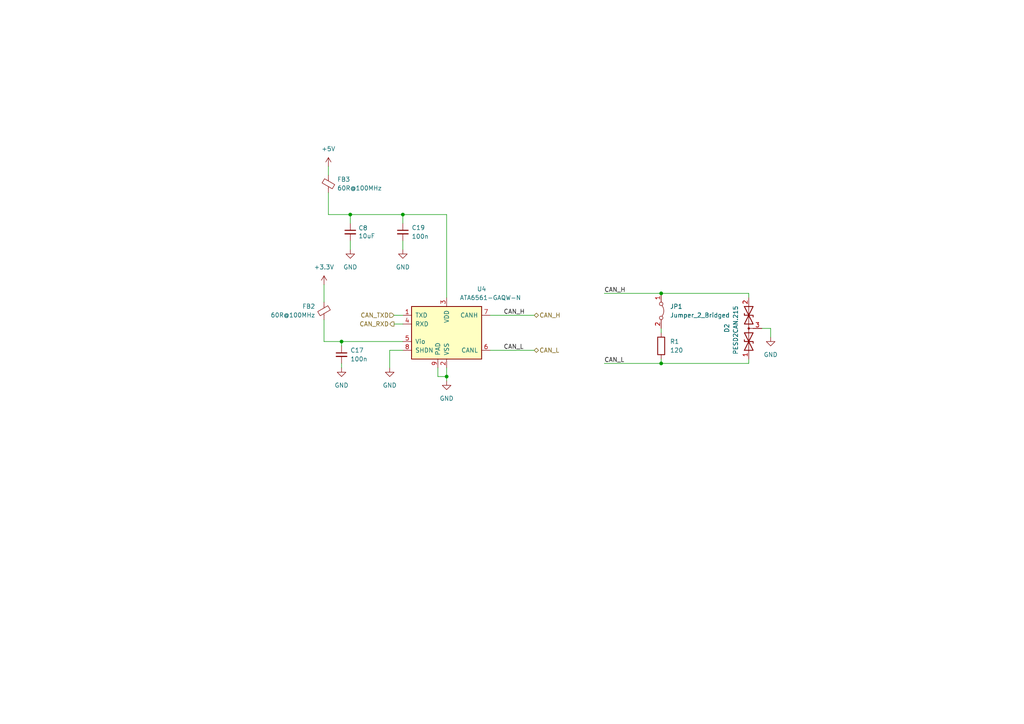
<source format=kicad_sch>
(kicad_sch (version 20230121) (generator eeschema)

  (uuid 17793271-940f-409d-a3ac-89f1b06800ff)

  (paper "A4")

  (lib_symbols
    (symbol "BMS_LV_2022-rescue:D_TVS_x2_AAC-Device" (pin_names (offset 1.016) hide) (in_bom yes) (on_board yes)
      (property "Reference" "D" (at 0 4.445 0)
        (effects (font (size 1.27 1.27)))
      )
      (property "Value" "Device_D_TVS_x2_AAC" (at 0 2.54 0)
        (effects (font (size 1.27 1.27)))
      )
      (property "Footprint" "" (at -3.81 0 0)
        (effects (font (size 1.27 1.27)) hide)
      )
      (property "Datasheet" "" (at -3.81 0 0)
        (effects (font (size 1.27 1.27)) hide)
      )
      (symbol "D_TVS_x2_AAC-Device_0_0"
        (polyline
          (pts
            (xy 0 -1.27)
            (xy 0 0)
          )
          (stroke (width 0) (type solid))
          (fill (type none))
        )
      )
      (symbol "D_TVS_x2_AAC-Device_0_1"
        (polyline
          (pts
            (xy -6.35 0)
            (xy 6.35 0)
          )
          (stroke (width 0) (type solid))
          (fill (type none))
        )
        (polyline
          (pts
            (xy -3.302 1.27)
            (xy -3.81 1.27)
            (xy -3.81 -1.27)
            (xy -4.318 -1.27)
          )
          (stroke (width 0.254) (type solid))
          (fill (type none))
        )
        (polyline
          (pts
            (xy 4.318 1.27)
            (xy 3.81 1.27)
            (xy 3.81 -1.27)
            (xy 3.302 -1.27)
          )
          (stroke (width 0.254) (type solid))
          (fill (type none))
        )
        (polyline
          (pts
            (xy -6.35 1.27)
            (xy -1.27 -1.27)
            (xy -1.27 1.27)
            (xy -6.35 -1.27)
            (xy -6.35 1.27)
          )
          (stroke (width 0.254) (type solid))
          (fill (type none))
        )
        (polyline
          (pts
            (xy 6.35 1.27)
            (xy 1.27 -1.27)
            (xy 1.27 1.27)
            (xy 6.35 -1.27)
            (xy 6.35 1.27)
          )
          (stroke (width 0.254) (type solid))
          (fill (type none))
        )
        (circle (center 0 0) (radius 0.254)
          (stroke (width 0) (type solid))
          (fill (type outline))
        )
      )
      (symbol "D_TVS_x2_AAC-Device_1_1"
        (pin passive line (at -8.89 0 0) (length 2.54)
          (name "A1" (effects (font (size 1.27 1.27))))
          (number "1" (effects (font (size 1.27 1.27))))
        )
        (pin passive line (at 8.89 0 180) (length 2.54)
          (name "A2" (effects (font (size 1.27 1.27))))
          (number "2" (effects (font (size 1.27 1.27))))
        )
        (pin input line (at 0 -3.81 90) (length 2.54)
          (name "common" (effects (font (size 1.27 1.27))))
          (number "3" (effects (font (size 1.27 1.27))))
        )
      )
    )
    (symbol "Device:C_Small" (pin_numbers hide) (pin_names (offset 0.254) hide) (in_bom yes) (on_board yes)
      (property "Reference" "C" (at 0.254 1.778 0)
        (effects (font (size 1.27 1.27)) (justify left))
      )
      (property "Value" "C_Small" (at 0.254 -2.032 0)
        (effects (font (size 1.27 1.27)) (justify left))
      )
      (property "Footprint" "" (at 0 0 0)
        (effects (font (size 1.27 1.27)) hide)
      )
      (property "Datasheet" "~" (at 0 0 0)
        (effects (font (size 1.27 1.27)) hide)
      )
      (property "ki_keywords" "capacitor cap" (at 0 0 0)
        (effects (font (size 1.27 1.27)) hide)
      )
      (property "ki_description" "Unpolarized capacitor, small symbol" (at 0 0 0)
        (effects (font (size 1.27 1.27)) hide)
      )
      (property "ki_fp_filters" "C_*" (at 0 0 0)
        (effects (font (size 1.27 1.27)) hide)
      )
      (symbol "C_Small_0_1"
        (polyline
          (pts
            (xy -1.524 -0.508)
            (xy 1.524 -0.508)
          )
          (stroke (width 0.3302) (type default))
          (fill (type none))
        )
        (polyline
          (pts
            (xy -1.524 0.508)
            (xy 1.524 0.508)
          )
          (stroke (width 0.3048) (type default))
          (fill (type none))
        )
      )
      (symbol "C_Small_1_1"
        (pin passive line (at 0 2.54 270) (length 2.032)
          (name "~" (effects (font (size 1.27 1.27))))
          (number "1" (effects (font (size 1.27 1.27))))
        )
        (pin passive line (at 0 -2.54 90) (length 2.032)
          (name "~" (effects (font (size 1.27 1.27))))
          (number "2" (effects (font (size 1.27 1.27))))
        )
      )
    )
    (symbol "Device:FerriteBead_Small" (pin_numbers hide) (pin_names (offset 0)) (in_bom yes) (on_board yes)
      (property "Reference" "FB" (at 1.905 1.27 0)
        (effects (font (size 1.27 1.27)) (justify left))
      )
      (property "Value" "FerriteBead_Small" (at 1.905 -1.27 0)
        (effects (font (size 1.27 1.27)) (justify left))
      )
      (property "Footprint" "" (at -1.778 0 90)
        (effects (font (size 1.27 1.27)) hide)
      )
      (property "Datasheet" "~" (at 0 0 0)
        (effects (font (size 1.27 1.27)) hide)
      )
      (property "ki_keywords" "L ferrite bead inductor filter" (at 0 0 0)
        (effects (font (size 1.27 1.27)) hide)
      )
      (property "ki_description" "Ferrite bead, small symbol" (at 0 0 0)
        (effects (font (size 1.27 1.27)) hide)
      )
      (property "ki_fp_filters" "Inductor_* L_* *Ferrite*" (at 0 0 0)
        (effects (font (size 1.27 1.27)) hide)
      )
      (symbol "FerriteBead_Small_0_1"
        (polyline
          (pts
            (xy 0 -1.27)
            (xy 0 -0.7874)
          )
          (stroke (width 0) (type default))
          (fill (type none))
        )
        (polyline
          (pts
            (xy 0 0.889)
            (xy 0 1.2954)
          )
          (stroke (width 0) (type default))
          (fill (type none))
        )
        (polyline
          (pts
            (xy -1.8288 0.2794)
            (xy -1.1176 1.4986)
            (xy 1.8288 -0.2032)
            (xy 1.1176 -1.4224)
            (xy -1.8288 0.2794)
          )
          (stroke (width 0) (type default))
          (fill (type none))
        )
      )
      (symbol "FerriteBead_Small_1_1"
        (pin passive line (at 0 2.54 270) (length 1.27)
          (name "~" (effects (font (size 1.27 1.27))))
          (number "1" (effects (font (size 1.27 1.27))))
        )
        (pin passive line (at 0 -2.54 90) (length 1.27)
          (name "~" (effects (font (size 1.27 1.27))))
          (number "2" (effects (font (size 1.27 1.27))))
        )
      )
    )
    (symbol "Device:R" (pin_numbers hide) (pin_names (offset 0)) (in_bom yes) (on_board yes)
      (property "Reference" "R" (at 2.032 0 90)
        (effects (font (size 1.27 1.27)))
      )
      (property "Value" "R" (at 0 0 90)
        (effects (font (size 1.27 1.27)))
      )
      (property "Footprint" "" (at -1.778 0 90)
        (effects (font (size 1.27 1.27)) hide)
      )
      (property "Datasheet" "~" (at 0 0 0)
        (effects (font (size 1.27 1.27)) hide)
      )
      (property "ki_keywords" "R res resistor" (at 0 0 0)
        (effects (font (size 1.27 1.27)) hide)
      )
      (property "ki_description" "Resistor" (at 0 0 0)
        (effects (font (size 1.27 1.27)) hide)
      )
      (property "ki_fp_filters" "R_*" (at 0 0 0)
        (effects (font (size 1.27 1.27)) hide)
      )
      (symbol "R_0_1"
        (rectangle (start -1.016 -2.54) (end 1.016 2.54)
          (stroke (width 0.254) (type default))
          (fill (type none))
        )
      )
      (symbol "R_1_1"
        (pin passive line (at 0 3.81 270) (length 1.27)
          (name "~" (effects (font (size 1.27 1.27))))
          (number "1" (effects (font (size 1.27 1.27))))
        )
        (pin passive line (at 0 -3.81 90) (length 1.27)
          (name "~" (effects (font (size 1.27 1.27))))
          (number "2" (effects (font (size 1.27 1.27))))
        )
      )
    )
    (symbol "Interface_CAN_LIN:MCP2562-E-MF" (pin_names (offset 1.016)) (in_bom yes) (on_board yes)
      (property "Reference" "U3" (at 10.16 12.7 0)
        (effects (font (size 1.27 1.27)))
      )
      (property "Value" "ATA6561-GAQW-N" (at 12.7 10.16 0)
        (effects (font (size 1.27 1.27)))
      )
      (property "Footprint" "Package_SO:SOIC-8_3.9x4.9mm_P1.27mm" (at 0 -12.7 0)
        (effects (font (size 1.27 1.27) italic) hide)
      )
      (property "Datasheet" "https://pl.mouser.com/datasheet/2/268/ATA6560_ATA6561_High_Speed_CAN_Transceiver_DS20005-1384933.pdf" (at 0 0 0)
        (effects (font (size 1.27 1.27)) hide)
      )
      (property "ki_keywords" "High-Speed CAN Transceiver" (at 0 0 0)
        (effects (font (size 1.27 1.27)) hide)
      )
      (property "ki_description" "High-Speed CAN Transceiver, 1Mbps, 5V supply, Vio pin, -40C to +125C, DFN-8" (at 0 0 0)
        (effects (font (size 1.27 1.27)) hide)
      )
      (property "ki_fp_filters" "DFN*1EP*3x3mm*P0.65mm*" (at 0 0 0)
        (effects (font (size 1.27 1.27)) hide)
      )
      (symbol "MCP2562-E-MF_0_1"
        (rectangle (start -10.16 7.62) (end 10.16 -7.62)
          (stroke (width 0.254) (type default))
          (fill (type background))
        )
      )
      (symbol "MCP2562-E-MF_1_1"
        (pin input line (at -12.7 5.08 0) (length 2.54)
          (name "TXD" (effects (font (size 1.27 1.27))))
          (number "1" (effects (font (size 1.27 1.27))))
        )
        (pin power_in line (at 0 -10.16 90) (length 2.54)
          (name "VSS" (effects (font (size 1.27 1.27))))
          (number "2" (effects (font (size 1.27 1.27))))
        )
        (pin power_in line (at 0 10.16 270) (length 2.54)
          (name "VDD" (effects (font (size 1.27 1.27))))
          (number "3" (effects (font (size 1.27 1.27))))
        )
        (pin output line (at -12.7 2.54 0) (length 2.54)
          (name "RXD" (effects (font (size 1.27 1.27))))
          (number "4" (effects (font (size 1.27 1.27))))
        )
        (pin power_in line (at -12.7 -2.54 0) (length 2.54)
          (name "Vio" (effects (font (size 1.27 1.27))))
          (number "5" (effects (font (size 1.27 1.27))))
        )
        (pin bidirectional line (at 12.7 -5.08 180) (length 2.54)
          (name "CANL" (effects (font (size 1.27 1.27))))
          (number "6" (effects (font (size 1.27 1.27))))
        )
        (pin bidirectional line (at 12.7 5.08 180) (length 2.54)
          (name "CANH" (effects (font (size 1.27 1.27))))
          (number "7" (effects (font (size 1.27 1.27))))
        )
        (pin input line (at -12.7 -5.08 0) (length 2.54)
          (name "SHDN" (effects (font (size 1.27 1.27))))
          (number "8" (effects (font (size 1.27 1.27))))
        )
        (pin power_in line (at -2.54 -10.16 90) (length 2.54)
          (name "PAD" (effects (font (size 1.27 1.27))))
          (number "9" (effects (font (size 1.27 1.27))))
        )
      )
    )
    (symbol "Jumper:Jumper_2_Bridged" (pin_names (offset 0) hide) (in_bom yes) (on_board yes)
      (property "Reference" "JP" (at 0 1.905 0)
        (effects (font (size 1.27 1.27)))
      )
      (property "Value" "Jumper_2_Bridged" (at 0 -2.54 0)
        (effects (font (size 1.27 1.27)))
      )
      (property "Footprint" "" (at 0 0 0)
        (effects (font (size 1.27 1.27)) hide)
      )
      (property "Datasheet" "~" (at 0 0 0)
        (effects (font (size 1.27 1.27)) hide)
      )
      (property "ki_keywords" "Jumper SPST" (at 0 0 0)
        (effects (font (size 1.27 1.27)) hide)
      )
      (property "ki_description" "Jumper, 2-pole, closed/bridged" (at 0 0 0)
        (effects (font (size 1.27 1.27)) hide)
      )
      (property "ki_fp_filters" "Jumper* TestPoint*2Pads* TestPoint*Bridge*" (at 0 0 0)
        (effects (font (size 1.27 1.27)) hide)
      )
      (symbol "Jumper_2_Bridged_0_0"
        (circle (center -2.032 0) (radius 0.508)
          (stroke (width 0) (type default))
          (fill (type none))
        )
        (circle (center 2.032 0) (radius 0.508)
          (stroke (width 0) (type default))
          (fill (type none))
        )
      )
      (symbol "Jumper_2_Bridged_0_1"
        (arc (start 1.524 0.254) (mid 0 0.762) (end -1.524 0.254)
          (stroke (width 0) (type default))
          (fill (type none))
        )
      )
      (symbol "Jumper_2_Bridged_1_1"
        (pin passive line (at -5.08 0 0) (length 2.54)
          (name "A" (effects (font (size 1.27 1.27))))
          (number "1" (effects (font (size 1.27 1.27))))
        )
        (pin passive line (at 5.08 0 180) (length 2.54)
          (name "B" (effects (font (size 1.27 1.27))))
          (number "2" (effects (font (size 1.27 1.27))))
        )
      )
    )
    (symbol "power:+3.3V" (power) (pin_names (offset 0)) (in_bom yes) (on_board yes)
      (property "Reference" "#PWR" (at 0 -3.81 0)
        (effects (font (size 1.27 1.27)) hide)
      )
      (property "Value" "+3.3V" (at 0 3.556 0)
        (effects (font (size 1.27 1.27)))
      )
      (property "Footprint" "" (at 0 0 0)
        (effects (font (size 1.27 1.27)) hide)
      )
      (property "Datasheet" "" (at 0 0 0)
        (effects (font (size 1.27 1.27)) hide)
      )
      (property "ki_keywords" "global power" (at 0 0 0)
        (effects (font (size 1.27 1.27)) hide)
      )
      (property "ki_description" "Power symbol creates a global label with name \"+3.3V\"" (at 0 0 0)
        (effects (font (size 1.27 1.27)) hide)
      )
      (symbol "+3.3V_0_1"
        (polyline
          (pts
            (xy -0.762 1.27)
            (xy 0 2.54)
          )
          (stroke (width 0) (type default))
          (fill (type none))
        )
        (polyline
          (pts
            (xy 0 0)
            (xy 0 2.54)
          )
          (stroke (width 0) (type default))
          (fill (type none))
        )
        (polyline
          (pts
            (xy 0 2.54)
            (xy 0.762 1.27)
          )
          (stroke (width 0) (type default))
          (fill (type none))
        )
      )
      (symbol "+3.3V_1_1"
        (pin power_in line (at 0 0 90) (length 0) hide
          (name "+3.3V" (effects (font (size 1.27 1.27))))
          (number "1" (effects (font (size 1.27 1.27))))
        )
      )
    )
    (symbol "power:+5V" (power) (pin_names (offset 0)) (in_bom yes) (on_board yes)
      (property "Reference" "#PWR" (at 0 -3.81 0)
        (effects (font (size 1.27 1.27)) hide)
      )
      (property "Value" "+5V" (at 0 3.556 0)
        (effects (font (size 1.27 1.27)))
      )
      (property "Footprint" "" (at 0 0 0)
        (effects (font (size 1.27 1.27)) hide)
      )
      (property "Datasheet" "" (at 0 0 0)
        (effects (font (size 1.27 1.27)) hide)
      )
      (property "ki_keywords" "global power" (at 0 0 0)
        (effects (font (size 1.27 1.27)) hide)
      )
      (property "ki_description" "Power symbol creates a global label with name \"+5V\"" (at 0 0 0)
        (effects (font (size 1.27 1.27)) hide)
      )
      (symbol "+5V_0_1"
        (polyline
          (pts
            (xy -0.762 1.27)
            (xy 0 2.54)
          )
          (stroke (width 0) (type default))
          (fill (type none))
        )
        (polyline
          (pts
            (xy 0 0)
            (xy 0 2.54)
          )
          (stroke (width 0) (type default))
          (fill (type none))
        )
        (polyline
          (pts
            (xy 0 2.54)
            (xy 0.762 1.27)
          )
          (stroke (width 0) (type default))
          (fill (type none))
        )
      )
      (symbol "+5V_1_1"
        (pin power_in line (at 0 0 90) (length 0) hide
          (name "+5V" (effects (font (size 1.27 1.27))))
          (number "1" (effects (font (size 1.27 1.27))))
        )
      )
    )
    (symbol "power:GND" (power) (pin_names (offset 0)) (in_bom yes) (on_board yes)
      (property "Reference" "#PWR" (at 0 -6.35 0)
        (effects (font (size 1.27 1.27)) hide)
      )
      (property "Value" "GND" (at 0 -3.81 0)
        (effects (font (size 1.27 1.27)))
      )
      (property "Footprint" "" (at 0 0 0)
        (effects (font (size 1.27 1.27)) hide)
      )
      (property "Datasheet" "" (at 0 0 0)
        (effects (font (size 1.27 1.27)) hide)
      )
      (property "ki_keywords" "global power" (at 0 0 0)
        (effects (font (size 1.27 1.27)) hide)
      )
      (property "ki_description" "Power symbol creates a global label with name \"GND\" , ground" (at 0 0 0)
        (effects (font (size 1.27 1.27)) hide)
      )
      (symbol "GND_0_1"
        (polyline
          (pts
            (xy 0 0)
            (xy 0 -1.27)
            (xy 1.27 -1.27)
            (xy 0 -2.54)
            (xy -1.27 -1.27)
            (xy 0 -1.27)
          )
          (stroke (width 0) (type default))
          (fill (type none))
        )
      )
      (symbol "GND_1_1"
        (pin power_in line (at 0 0 270) (length 0) hide
          (name "GND" (effects (font (size 1.27 1.27))))
          (number "1" (effects (font (size 1.27 1.27))))
        )
      )
    )
  )

  (junction (at 101.6 62.23) (diameter 0) (color 0 0 0 0)
    (uuid 0646805c-64db-4651-bdd4-ade300cacc2a)
  )
  (junction (at 99.06 99.06) (diameter 0) (color 0 0 0 0)
    (uuid 4f2cff01-66de-4512-9536-dab9c79388c1)
  )
  (junction (at 191.77 85.09) (diameter 0) (color 0 0 0 0)
    (uuid 58deb177-3624-4233-be42-1336726a87ef)
  )
  (junction (at 129.54 109.22) (diameter 0) (color 0 0 0 0)
    (uuid 8a53403e-0800-476c-bbad-df3e55d7adc6)
  )
  (junction (at 116.84 62.23) (diameter 0) (color 0 0 0 0)
    (uuid ad4f8b52-dd27-40ac-9fa4-4b19617c9fa7)
  )
  (junction (at 191.77 105.41) (diameter 0) (color 0 0 0 0)
    (uuid d0c2b076-51ba-4af5-ae1b-c15f8d556fd8)
  )

  (wire (pts (xy 127 109.22) (xy 129.54 109.22))
    (stroke (width 0) (type default))
    (uuid 0069adef-966c-4cf8-b35d-a1367065c325)
  )
  (wire (pts (xy 217.17 105.41) (xy 217.17 104.14))
    (stroke (width 0) (type default))
    (uuid 042a27d5-b0df-4edb-9faa-8586083fc26f)
  )
  (wire (pts (xy 191.77 105.41) (xy 191.77 104.14))
    (stroke (width 0) (type default))
    (uuid 1d3e5951-6ea1-4cba-aa78-1c233daa70f8)
  )
  (wire (pts (xy 116.84 69.85) (xy 116.84 72.39))
    (stroke (width 0) (type default))
    (uuid 23c8230a-d11d-425d-b23f-f4e03afdca86)
  )
  (wire (pts (xy 129.54 109.22) (xy 129.54 110.49))
    (stroke (width 0) (type default))
    (uuid 32ca832e-49f1-4c3e-aafb-13f5e3ed049a)
  )
  (wire (pts (xy 129.54 109.22) (xy 129.54 106.68))
    (stroke (width 0) (type default))
    (uuid 44910a17-ad22-4e24-bf06-cbde5a3b57b5)
  )
  (wire (pts (xy 101.6 69.85) (xy 101.6 72.39))
    (stroke (width 0) (type default))
    (uuid 45606c9a-eed4-45bc-8af7-22837368f604)
  )
  (wire (pts (xy 129.54 62.23) (xy 129.54 86.36))
    (stroke (width 0) (type default))
    (uuid 48816a4d-f12a-4df9-9d0f-2bf4b61a9aa0)
  )
  (wire (pts (xy 95.25 48.26) (xy 95.25 50.8))
    (stroke (width 0) (type default))
    (uuid 581d93e6-e252-4910-a8c1-f54e6cc1b5e4)
  )
  (wire (pts (xy 101.6 64.77) (xy 101.6 62.23))
    (stroke (width 0) (type default))
    (uuid 6555c7a9-9a8c-4a42-a601-6da55f4c36e4)
  )
  (wire (pts (xy 93.98 82.55) (xy 93.98 87.63))
    (stroke (width 0) (type default))
    (uuid 7c9be84d-7fbb-4caf-8ede-fef7d3755e34)
  )
  (wire (pts (xy 127 106.68) (xy 127 109.22))
    (stroke (width 0) (type default))
    (uuid 83a3884f-eb0b-456e-b3ee-374be52c1a32)
  )
  (wire (pts (xy 114.3 91.44) (xy 116.84 91.44))
    (stroke (width 0) (type default))
    (uuid 9000bef9-b28f-4fb7-b0af-873e76d72668)
  )
  (wire (pts (xy 93.98 99.06) (xy 99.06 99.06))
    (stroke (width 0) (type default))
    (uuid 9a62f36f-a5c8-481d-a760-df579701785c)
  )
  (wire (pts (xy 175.26 85.09) (xy 191.77 85.09))
    (stroke (width 0) (type default))
    (uuid 9bc6a0f9-a4d1-4aeb-99a8-8c485a4f47f2)
  )
  (wire (pts (xy 116.84 64.77) (xy 116.84 62.23))
    (stroke (width 0) (type default))
    (uuid a34ec5ef-f6ae-4ecf-992b-4fa5dc465d30)
  )
  (wire (pts (xy 101.6 62.23) (xy 116.84 62.23))
    (stroke (width 0) (type default))
    (uuid a367820d-ef27-4a97-a381-19b47b00ec82)
  )
  (wire (pts (xy 191.77 105.41) (xy 217.17 105.41))
    (stroke (width 0) (type default))
    (uuid a381dded-cf8b-4eaa-beaf-68d402da33a6)
  )
  (wire (pts (xy 116.84 62.23) (xy 129.54 62.23))
    (stroke (width 0) (type default))
    (uuid a4b5aa75-d049-410b-badd-4f4fd5a72a3b)
  )
  (wire (pts (xy 142.24 91.44) (xy 154.94 91.44))
    (stroke (width 0) (type default))
    (uuid a6cf7bee-1204-480e-ad9a-dedbd01d2b21)
  )
  (wire (pts (xy 114.3 93.98) (xy 116.84 93.98))
    (stroke (width 0) (type default))
    (uuid b7d98781-cec9-4bc0-9402-47411af21e56)
  )
  (wire (pts (xy 113.03 101.6) (xy 113.03 106.68))
    (stroke (width 0) (type default))
    (uuid bcdb1e72-cd01-42e9-8941-41adb02832e1)
  )
  (wire (pts (xy 175.26 105.41) (xy 191.77 105.41))
    (stroke (width 0) (type default))
    (uuid bce961de-0146-4404-b0b9-6807de7f0871)
  )
  (wire (pts (xy 191.77 85.09) (xy 217.17 85.09))
    (stroke (width 0) (type default))
    (uuid c1d2d084-6397-4f4f-96db-b05326c2872e)
  )
  (wire (pts (xy 191.77 95.25) (xy 191.77 96.52))
    (stroke (width 0) (type default))
    (uuid c38d95a4-c2b4-4b5f-b038-c6617416536d)
  )
  (wire (pts (xy 99.06 99.06) (xy 99.06 100.33))
    (stroke (width 0) (type default))
    (uuid d85b72a2-be0a-4ec0-bc66-98c8bf802f3b)
  )
  (wire (pts (xy 116.84 101.6) (xy 113.03 101.6))
    (stroke (width 0) (type default))
    (uuid d8be6a35-6666-4c39-b214-7dbc3afdd21e)
  )
  (wire (pts (xy 217.17 86.36) (xy 217.17 85.09))
    (stroke (width 0) (type default))
    (uuid e05876dd-9239-4ff1-b0b6-096ca7fa21fe)
  )
  (wire (pts (xy 99.06 106.68) (xy 99.06 105.41))
    (stroke (width 0) (type default))
    (uuid e33666fc-6da6-4137-a756-a5176bdee10b)
  )
  (wire (pts (xy 223.52 95.25) (xy 220.98 95.25))
    (stroke (width 0) (type default))
    (uuid e6de69d5-dd0d-41e8-b2c7-ba6636c11ef9)
  )
  (wire (pts (xy 95.25 62.23) (xy 101.6 62.23))
    (stroke (width 0) (type default))
    (uuid eb23c14c-a726-4584-8145-fc996d60780f)
  )
  (wire (pts (xy 142.24 101.6) (xy 154.94 101.6))
    (stroke (width 0) (type default))
    (uuid eb7e107b-156f-4c75-967f-3f46810a7d4f)
  )
  (wire (pts (xy 99.06 99.06) (xy 116.84 99.06))
    (stroke (width 0) (type default))
    (uuid eb9f46fc-3d71-45dc-9d78-83aab4157a5b)
  )
  (wire (pts (xy 93.98 92.71) (xy 93.98 99.06))
    (stroke (width 0) (type default))
    (uuid f13203a3-ad2e-493b-a0d7-8cfb4614ca46)
  )
  (wire (pts (xy 95.25 55.88) (xy 95.25 62.23))
    (stroke (width 0) (type default))
    (uuid f6413ad2-bcc6-4fd4-8620-58cbf2cf4389)
  )
  (wire (pts (xy 223.52 97.79) (xy 223.52 95.25))
    (stroke (width 0) (type default))
    (uuid fc7bf50c-f044-4b3c-94e8-96a07eace0c9)
  )

  (label "CAN_H" (at 175.26 85.09 0) (fields_autoplaced)
    (effects (font (size 1.27 1.27)) (justify left bottom))
    (uuid 89a0f998-86a1-4489-9e0e-b1a54f8eb763)
  )
  (label "CAN_L" (at 146.05 101.6 0) (fields_autoplaced)
    (effects (font (size 1.27 1.27)) (justify left bottom))
    (uuid b1248220-23b6-40c6-8bd8-46765e6eba38)
  )
  (label "CAN_L" (at 175.26 105.41 0) (fields_autoplaced)
    (effects (font (size 1.27 1.27)) (justify left bottom))
    (uuid c5178243-80d6-48f6-913c-1bbb49b76717)
  )
  (label "CAN_H" (at 146.05 91.44 0) (fields_autoplaced)
    (effects (font (size 1.27 1.27)) (justify left bottom))
    (uuid d4bd0a01-3185-414a-8042-78e6318d4a5f)
  )

  (hierarchical_label "CAN_H" (shape bidirectional) (at 154.94 91.44 0) (fields_autoplaced)
    (effects (font (size 1.27 1.27)) (justify left))
    (uuid 15eade75-96c8-45d7-8f39-ed78ad8018a4)
  )
  (hierarchical_label "CAN_TXD" (shape input) (at 114.3 91.44 180) (fields_autoplaced)
    (effects (font (size 1.27 1.27)) (justify right))
    (uuid 9e178d46-6f2b-4b75-9df7-02cab6c0ee92)
  )
  (hierarchical_label "CAN_L" (shape bidirectional) (at 154.94 101.6 0) (fields_autoplaced)
    (effects (font (size 1.27 1.27)) (justify left))
    (uuid a5e67d44-6497-4e6c-82de-d5ca63673df8)
  )
  (hierarchical_label "CAN_RXD" (shape output) (at 114.3 93.98 180) (fields_autoplaced)
    (effects (font (size 1.27 1.27)) (justify right))
    (uuid fab70ef1-17c3-4b12-8c0d-a4a760ac2672)
  )

  (symbol (lib_id "Interface_CAN_LIN:MCP2562-E-MF") (at 129.54 96.52 0) (unit 1)
    (in_bom yes) (on_board yes) (dnp no)
    (uuid 14e46734-4e77-4766-94e2-3822b8870bf7)
    (property "Reference" "U4" (at 139.7 83.82 0)
      (effects (font (size 1.27 1.27)))
    )
    (property "Value" "ATA6561-GAQW-N" (at 142.24 86.36 0)
      (effects (font (size 1.27 1.27)))
    )
    (property "Footprint" "Package_SO:SOIC-8_3.9x4.9mm_P1.27mm" (at 129.54 109.22 0)
      (effects (font (size 1.27 1.27) italic) hide)
    )
    (property "Datasheet" "https://pl.mouser.com/datasheet/2/268/ATA6560_ATA6561_High_Speed_CAN_Transceiver_DS20005-1384933.pdf" (at 129.54 96.52 0)
      (effects (font (size 1.27 1.27)) hide)
    )
    (pin "6" (uuid 62b5d308-7ab0-43e6-bffc-a874e0f60d59))
    (pin "8" (uuid 9e94d750-7f7b-4985-bec1-fdd2c6a8ef74))
    (pin "1" (uuid 78499516-52c4-4f64-b782-5cea3580ebf9))
    (pin "2" (uuid cf92a24b-affe-48cd-bed3-7d555898c5d9))
    (pin "5" (uuid c1db2a11-3408-47ad-88bf-1c1471a2c8ea))
    (pin "4" (uuid 1bed3f8f-6627-4eca-affc-5140850f13c3))
    (pin "3" (uuid 8d685cb1-8fab-4067-826b-cc9a5c5cb9e5))
    (pin "9" (uuid e0e8abc7-7f69-4026-ad4e-130ce48b0f27))
    (pin "7" (uuid d3268cff-9e1b-4fdf-a42d-ea8eba13c6c6))
    (instances
      (project "BMS_LV_2022"
        (path "/3aaf1e02-2989-45b9-bf79-97592f8062c2/00000000-0000-0000-0000-000061a9d384"
          (reference "U4") (unit 1)
        )
        (path "/3aaf1e02-2989-45b9-bf79-97592f8062c2/00000000-0000-0000-0000-000061a14add"
          (reference "U3") (unit 1)
        )
        (path "/3aaf1e02-2989-45b9-bf79-97592f8062c2/00000000-0000-0000-0000-000061f4d531"
          (reference "U4") (unit 1)
        )
      )
      (project "PDM_1"
        (path "/b652b05a-4e3d-4ad1-b032-18886abe7d45/ae0773d9-e23d-47b1-916b-0288055270db"
          (reference "U4") (unit 1)
        )
      )
      (project "PDM"
        (path "/d7434f1a-7415-4eaa-a71b-b9580d7b34f2/9b2421d8-0e20-4029-9353-a6168df6af2d"
          (reference "U2") (unit 1)
        )
      )
    )
  )

  (symbol (lib_id "power:GND") (at 129.54 110.49 0) (unit 1)
    (in_bom yes) (on_board yes) (dnp no) (fields_autoplaced)
    (uuid 211a4caf-fd87-4431-9fff-d6fb567642a6)
    (property "Reference" "#PWR016" (at 129.54 116.84 0)
      (effects (font (size 1.27 1.27)) hide)
    )
    (property "Value" "GND" (at 129.54 115.57 0)
      (effects (font (size 1.27 1.27)))
    )
    (property "Footprint" "" (at 129.54 110.49 0)
      (effects (font (size 1.27 1.27)) hide)
    )
    (property "Datasheet" "" (at 129.54 110.49 0)
      (effects (font (size 1.27 1.27)) hide)
    )
    (pin "1" (uuid d9080caa-8675-41f6-b5dd-91b4f779fd9c))
    (instances
      (project "PDM_1"
        (path "/b652b05a-4e3d-4ad1-b032-18886abe7d45/ae0773d9-e23d-47b1-916b-0288055270db"
          (reference "#PWR016") (unit 1)
        )
      )
      (project "PDM"
        (path "/d7434f1a-7415-4eaa-a71b-b9580d7b34f2/9b2421d8-0e20-4029-9353-a6168df6af2d"
          (reference "#PWR014") (unit 1)
        )
      )
    )
  )

  (symbol (lib_id "power:GND") (at 101.6 72.39 0) (unit 1)
    (in_bom yes) (on_board yes) (dnp no) (fields_autoplaced)
    (uuid 2b7267f8-e16b-448e-ab81-308f3237032e)
    (property "Reference" "#PWR013" (at 101.6 78.74 0)
      (effects (font (size 1.27 1.27)) hide)
    )
    (property "Value" "GND" (at 101.6 77.47 0)
      (effects (font (size 1.27 1.27)))
    )
    (property "Footprint" "" (at 101.6 72.39 0)
      (effects (font (size 1.27 1.27)) hide)
    )
    (property "Datasheet" "" (at 101.6 72.39 0)
      (effects (font (size 1.27 1.27)) hide)
    )
    (pin "1" (uuid cc01c30f-e9b7-4412-8d88-5cfcfdd48e87))
    (instances
      (project "PDM_1"
        (path "/b652b05a-4e3d-4ad1-b032-18886abe7d45/ae0773d9-e23d-47b1-916b-0288055270db"
          (reference "#PWR013") (unit 1)
        )
      )
      (project "PDM"
        (path "/d7434f1a-7415-4eaa-a71b-b9580d7b34f2/9b2421d8-0e20-4029-9353-a6168df6af2d"
          (reference "#PWR011") (unit 1)
        )
      )
    )
  )

  (symbol (lib_id "Device:C_Small") (at 101.6 67.31 0) (unit 1)
    (in_bom yes) (on_board yes) (dnp no)
    (uuid 2dad37c1-2c7d-4e0f-a858-6238629efd4a)
    (property "Reference" "C8" (at 103.9368 66.1416 0)
      (effects (font (size 1.27 1.27)) (justify left))
    )
    (property "Value" "10uF" (at 103.9368 68.453 0)
      (effects (font (size 1.27 1.27)) (justify left))
    )
    (property "Footprint" "Capacitor_SMD:C_0603_1608Metric" (at 101.6 67.31 0)
      (effects (font (size 1.27 1.27)) hide)
    )
    (property "Datasheet" "~" (at 101.6 67.31 0)
      (effects (font (size 1.27 1.27)) hide)
    )
    (pin "1" (uuid 9f4f6f3c-3bf2-4436-9402-f36bb54acf6d))
    (pin "2" (uuid 3d437636-e42c-463f-b727-7e314d55bb23))
    (instances
      (project "BMS_LV_2022"
        (path "/3aaf1e02-2989-45b9-bf79-97592f8062c2/00000000-0000-0000-0000-000061a9d384"
          (reference "C8") (unit 1)
        )
        (path "/3aaf1e02-2989-45b9-bf79-97592f8062c2/00000000-0000-0000-0000-000061a14add"
          (reference "C5") (unit 1)
        )
        (path "/3aaf1e02-2989-45b9-bf79-97592f8062c2/00000000-0000-0000-0000-000061f4d531"
          (reference "C8") (unit 1)
        )
      )
      (project "PDM_1"
        (path "/b652b05a-4e3d-4ad1-b032-18886abe7d45/ae0773d9-e23d-47b1-916b-0288055270db"
          (reference "C18") (unit 1)
        )
      )
      (project "PDM"
        (path "/d7434f1a-7415-4eaa-a71b-b9580d7b34f2/9b2421d8-0e20-4029-9353-a6168df6af2d"
          (reference "C13") (unit 1)
        )
      )
    )
  )

  (symbol (lib_id "Device:R") (at 191.77 100.33 0) (unit 1)
    (in_bom yes) (on_board yes) (dnp no) (fields_autoplaced)
    (uuid 3c78a497-1508-4e0e-8ada-d2f230f9f8de)
    (property "Reference" "R1" (at 194.31 99.06 0)
      (effects (font (size 1.27 1.27)) (justify left))
    )
    (property "Value" "120" (at 194.31 101.6 0)
      (effects (font (size 1.27 1.27)) (justify left))
    )
    (property "Footprint" "Resistor_SMD:R_0603_1608Metric" (at 189.992 100.33 90)
      (effects (font (size 1.27 1.27)) hide)
    )
    (property "Datasheet" "~" (at 191.77 100.33 0)
      (effects (font (size 1.27 1.27)) hide)
    )
    (pin "2" (uuid 419fe4c1-a5dd-4812-8b89-5bf814c22698))
    (pin "1" (uuid 2d57933d-1d21-444f-ac1c-deba157acc11))
    (instances
      (project "PDM_1"
        (path "/b652b05a-4e3d-4ad1-b032-18886abe7d45/ae0773d9-e23d-47b1-916b-0288055270db"
          (reference "R1") (unit 1)
        )
      )
      (project "PDM"
        (path "/d7434f1a-7415-4eaa-a71b-b9580d7b34f2/9b2421d8-0e20-4029-9353-a6168df6af2d"
          (reference "R1") (unit 1)
        )
      )
    )
  )

  (symbol (lib_id "Jumper:Jumper_2_Bridged") (at 191.77 90.17 270) (unit 1)
    (in_bom yes) (on_board yes) (dnp no) (fields_autoplaced)
    (uuid 45f60b3f-6113-4fa2-a606-2ed4c0b7f077)
    (property "Reference" "JP1" (at 194.31 88.9 90)
      (effects (font (size 1.27 1.27)) (justify left))
    )
    (property "Value" "Jumper_2_Bridged" (at 194.31 91.44 90)
      (effects (font (size 1.27 1.27)) (justify left))
    )
    (property "Footprint" "Connector_PinHeader_2.54mm:PinHeader_1x02_P2.54mm_Vertical" (at 191.77 90.17 0)
      (effects (font (size 1.27 1.27)) hide)
    )
    (property "Datasheet" "~" (at 191.77 90.17 0)
      (effects (font (size 1.27 1.27)) hide)
    )
    (pin "2" (uuid a1c2c18c-ee36-4627-812a-32e1e9755fd8))
    (pin "1" (uuid d25d3f15-7832-4e5d-9824-b1fada3f3366))
    (instances
      (project "PDM_1"
        (path "/b652b05a-4e3d-4ad1-b032-18886abe7d45/ae0773d9-e23d-47b1-916b-0288055270db"
          (reference "JP1") (unit 1)
        )
      )
      (project "PDM"
        (path "/d7434f1a-7415-4eaa-a71b-b9580d7b34f2/9b2421d8-0e20-4029-9353-a6168df6af2d"
          (reference "JP1") (unit 1)
        )
      )
    )
  )

  (symbol (lib_id "BMS_LV_2022-rescue:D_TVS_x2_AAC-Device") (at 217.17 95.25 90) (unit 1)
    (in_bom yes) (on_board yes) (dnp no)
    (uuid 544ce5d2-57ea-454a-9ab8-62f39c797c6d)
    (property "Reference" "D2" (at 210.82 96.52 0)
      (effects (font (size 1.27 1.27)) (justify left))
    )
    (property "Value" "PESD2CAN.215" (at 213.36 102.87 0)
      (effects (font (size 1.27 1.27)) (justify left))
    )
    (property "Footprint" "Package_TO_SOT_SMD:SOT-23" (at 217.17 99.06 0)
      (effects (font (size 1.27 1.27)) hide)
    )
    (property "Datasheet" "~" (at 217.17 99.06 0)
      (effects (font (size 1.27 1.27)) hide)
    )
    (pin "3" (uuid 45e385e4-495b-4ca6-92d9-377005ff65b4))
    (pin "2" (uuid bfa5a7cb-d49e-4bed-b1fc-ff36055ef149))
    (pin "1" (uuid bb016c4c-0b80-41ed-843b-f2ff65cae448))
    (instances
      (project "BMS_LV_2022"
        (path "/3aaf1e02-2989-45b9-bf79-97592f8062c2/00000000-0000-0000-0000-000061a9d384"
          (reference "D2") (unit 1)
        )
        (path "/3aaf1e02-2989-45b9-bf79-97592f8062c2/00000000-0000-0000-0000-000061a14add"
          (reference "D12") (unit 1)
        )
        (path "/3aaf1e02-2989-45b9-bf79-97592f8062c2/00000000-0000-0000-0000-000061f4d531"
          (reference "D2") (unit 1)
        )
      )
      (project "PDM_1"
        (path "/b652b05a-4e3d-4ad1-b032-18886abe7d45/ae0773d9-e23d-47b1-916b-0288055270db"
          (reference "D5") (unit 1)
        )
      )
      (project "PDM"
        (path "/d7434f1a-7415-4eaa-a71b-b9580d7b34f2/9b2421d8-0e20-4029-9353-a6168df6af2d"
          (reference "D4") (unit 1)
        )
      )
    )
  )

  (symbol (lib_id "power:+5V") (at 95.25 48.26 0) (unit 1)
    (in_bom yes) (on_board yes) (dnp no) (fields_autoplaced)
    (uuid 62d03a21-a5b1-4f22-9fb5-670a1fbb88b6)
    (property "Reference" "#PWR011" (at 95.25 52.07 0)
      (effects (font (size 1.27 1.27)) hide)
    )
    (property "Value" "+5V" (at 95.25 43.18 0)
      (effects (font (size 1.27 1.27)))
    )
    (property "Footprint" "" (at 95.25 48.26 0)
      (effects (font (size 1.27 1.27)) hide)
    )
    (property "Datasheet" "" (at 95.25 48.26 0)
      (effects (font (size 1.27 1.27)) hide)
    )
    (pin "1" (uuid 63af71ba-04f5-411a-a5f2-ae83a62a72df))
    (instances
      (project "PDM_1"
        (path "/b652b05a-4e3d-4ad1-b032-18886abe7d45/ae0773d9-e23d-47b1-916b-0288055270db"
          (reference "#PWR011") (unit 1)
        )
      )
      (project "PDM"
        (path "/d7434f1a-7415-4eaa-a71b-b9580d7b34f2/9b2421d8-0e20-4029-9353-a6168df6af2d"
          (reference "#PWR09") (unit 1)
        )
      )
    )
  )

  (symbol (lib_id "power:GND") (at 223.52 97.79 0) (unit 1)
    (in_bom yes) (on_board yes) (dnp no) (fields_autoplaced)
    (uuid 77f0ad8c-816f-43f9-b231-29c7497b2ae5)
    (property "Reference" "#PWR017" (at 223.52 104.14 0)
      (effects (font (size 1.27 1.27)) hide)
    )
    (property "Value" "GND" (at 223.52 102.87 0)
      (effects (font (size 1.27 1.27)))
    )
    (property "Footprint" "" (at 223.52 97.79 0)
      (effects (font (size 1.27 1.27)) hide)
    )
    (property "Datasheet" "" (at 223.52 97.79 0)
      (effects (font (size 1.27 1.27)) hide)
    )
    (pin "1" (uuid 94014b7a-6df8-45ec-906a-089873b151a9))
    (instances
      (project "PDM_1"
        (path "/b652b05a-4e3d-4ad1-b032-18886abe7d45/ae0773d9-e23d-47b1-916b-0288055270db"
          (reference "#PWR017") (unit 1)
        )
      )
      (project "PDM"
        (path "/d7434f1a-7415-4eaa-a71b-b9580d7b34f2/9b2421d8-0e20-4029-9353-a6168df6af2d"
          (reference "#PWR015") (unit 1)
        )
      )
    )
  )

  (symbol (lib_id "power:GND") (at 116.84 72.39 0) (unit 1)
    (in_bom yes) (on_board yes) (dnp no) (fields_autoplaced)
    (uuid 7a56b52a-ad1f-4ee4-ae84-ac4b38f134e8)
    (property "Reference" "#PWR015" (at 116.84 78.74 0)
      (effects (font (size 1.27 1.27)) hide)
    )
    (property "Value" "GND" (at 116.84 77.47 0)
      (effects (font (size 1.27 1.27)))
    )
    (property "Footprint" "" (at 116.84 72.39 0)
      (effects (font (size 1.27 1.27)) hide)
    )
    (property "Datasheet" "" (at 116.84 72.39 0)
      (effects (font (size 1.27 1.27)) hide)
    )
    (pin "1" (uuid 283563e0-d0bc-45fa-b305-b62aa60deca0))
    (instances
      (project "PDM_1"
        (path "/b652b05a-4e3d-4ad1-b032-18886abe7d45/ae0773d9-e23d-47b1-916b-0288055270db"
          (reference "#PWR015") (unit 1)
        )
      )
      (project "PDM"
        (path "/d7434f1a-7415-4eaa-a71b-b9580d7b34f2/9b2421d8-0e20-4029-9353-a6168df6af2d"
          (reference "#PWR013") (unit 1)
        )
      )
    )
  )

  (symbol (lib_id "power:GND") (at 113.03 106.68 0) (unit 1)
    (in_bom yes) (on_board yes) (dnp no) (fields_autoplaced)
    (uuid 8481e278-b7b4-41ff-a775-f8c2f17b11f2)
    (property "Reference" "#PWR014" (at 113.03 113.03 0)
      (effects (font (size 1.27 1.27)) hide)
    )
    (property "Value" "GND" (at 113.03 111.76 0)
      (effects (font (size 1.27 1.27)))
    )
    (property "Footprint" "" (at 113.03 106.68 0)
      (effects (font (size 1.27 1.27)) hide)
    )
    (property "Datasheet" "" (at 113.03 106.68 0)
      (effects (font (size 1.27 1.27)) hide)
    )
    (pin "1" (uuid e3521322-bcbe-438c-803f-d23c63b8388c))
    (instances
      (project "PDM_1"
        (path "/b652b05a-4e3d-4ad1-b032-18886abe7d45/ae0773d9-e23d-47b1-916b-0288055270db"
          (reference "#PWR014") (unit 1)
        )
      )
      (project "PDM"
        (path "/d7434f1a-7415-4eaa-a71b-b9580d7b34f2/9b2421d8-0e20-4029-9353-a6168df6af2d"
          (reference "#PWR012") (unit 1)
        )
      )
    )
  )

  (symbol (lib_id "power:GND") (at 99.06 106.68 0) (unit 1)
    (in_bom yes) (on_board yes) (dnp no) (fields_autoplaced)
    (uuid 91445e58-d058-4612-9d3d-4686a1079994)
    (property "Reference" "#PWR012" (at 99.06 113.03 0)
      (effects (font (size 1.27 1.27)) hide)
    )
    (property "Value" "GND" (at 99.06 111.76 0)
      (effects (font (size 1.27 1.27)))
    )
    (property "Footprint" "" (at 99.06 106.68 0)
      (effects (font (size 1.27 1.27)) hide)
    )
    (property "Datasheet" "" (at 99.06 106.68 0)
      (effects (font (size 1.27 1.27)) hide)
    )
    (pin "1" (uuid 399c2d92-a442-4826-bbef-0ae91df25527))
    (instances
      (project "PDM_1"
        (path "/b652b05a-4e3d-4ad1-b032-18886abe7d45/ae0773d9-e23d-47b1-916b-0288055270db"
          (reference "#PWR012") (unit 1)
        )
      )
      (project "PDM"
        (path "/d7434f1a-7415-4eaa-a71b-b9580d7b34f2/9b2421d8-0e20-4029-9353-a6168df6af2d"
          (reference "#PWR010") (unit 1)
        )
      )
    )
  )

  (symbol (lib_id "Device:FerriteBead_Small") (at 95.25 53.34 0) (unit 1)
    (in_bom yes) (on_board yes) (dnp no) (fields_autoplaced)
    (uuid b648afb6-0174-43f6-a63a-1d75311f2d58)
    (property "Reference" "FB3" (at 97.79 52.0319 0)
      (effects (font (size 1.27 1.27)) (justify left))
    )
    (property "Value" "60R@100MHz" (at 97.79 54.5719 0)
      (effects (font (size 1.27 1.27)) (justify left))
    )
    (property "Footprint" "Inductor_SMD:L_0603_1608Metric" (at 93.472 53.34 90)
      (effects (font (size 1.27 1.27)) hide)
    )
    (property "Datasheet" "~" (at 95.25 53.34 0)
      (effects (font (size 1.27 1.27)) hide)
    )
    (pin "1" (uuid 83e17ea8-cf17-4850-bb36-5e363bbf4342))
    (pin "2" (uuid 6950d3dc-6656-428f-9d16-5ac2fd62ed25))
    (instances
      (project "PDM_1"
        (path "/b652b05a-4e3d-4ad1-b032-18886abe7d45/ae0773d9-e23d-47b1-916b-0288055270db"
          (reference "FB3") (unit 1)
        )
      )
      (project "PDM"
        (path "/d7434f1a-7415-4eaa-a71b-b9580d7b34f2/9b2421d8-0e20-4029-9353-a6168df6af2d"
          (reference "FB3") (unit 1)
        )
      )
    )
  )

  (symbol (lib_id "Device:C_Small") (at 116.84 67.31 0) (unit 1)
    (in_bom yes) (on_board yes) (dnp no) (fields_autoplaced)
    (uuid b67c092c-f65b-4ead-a101-b85f58ebd8b1)
    (property "Reference" "C19" (at 119.38 66.0463 0)
      (effects (font (size 1.27 1.27)) (justify left))
    )
    (property "Value" "100n" (at 119.38 68.5863 0)
      (effects (font (size 1.27 1.27)) (justify left))
    )
    (property "Footprint" "Capacitor_SMD:C_0603_1608Metric" (at 116.84 67.31 0)
      (effects (font (size 1.27 1.27)) hide)
    )
    (property "Datasheet" "~" (at 116.84 67.31 0)
      (effects (font (size 1.27 1.27)) hide)
    )
    (pin "1" (uuid e080286d-01c9-403c-9db2-74aad3ee1d0e))
    (pin "2" (uuid eebeac76-85a6-40cf-a1e7-b4ee1adeba35))
    (instances
      (project "PDM_1"
        (path "/b652b05a-4e3d-4ad1-b032-18886abe7d45/ae0773d9-e23d-47b1-916b-0288055270db"
          (reference "C19") (unit 1)
        )
      )
      (project "PDM"
        (path "/d7434f1a-7415-4eaa-a71b-b9580d7b34f2/9b2421d8-0e20-4029-9353-a6168df6af2d"
          (reference "C14") (unit 1)
        )
      )
    )
  )

  (symbol (lib_id "power:+3.3V") (at 93.98 82.55 0) (unit 1)
    (in_bom yes) (on_board yes) (dnp no) (fields_autoplaced)
    (uuid c9c517bb-3f63-4448-8455-91b9f6dabff7)
    (property "Reference" "#PWR010" (at 93.98 86.36 0)
      (effects (font (size 1.27 1.27)) hide)
    )
    (property "Value" "+3.3V" (at 93.98 77.47 0)
      (effects (font (size 1.27 1.27)))
    )
    (property "Footprint" "" (at 93.98 82.55 0)
      (effects (font (size 1.27 1.27)) hide)
    )
    (property "Datasheet" "" (at 93.98 82.55 0)
      (effects (font (size 1.27 1.27)) hide)
    )
    (pin "1" (uuid 32f1692d-b974-4f13-a3e7-98a802bb6ed6))
    (instances
      (project "PDM_1"
        (path "/b652b05a-4e3d-4ad1-b032-18886abe7d45/ae0773d9-e23d-47b1-916b-0288055270db"
          (reference "#PWR010") (unit 1)
        )
      )
      (project "PDM"
        (path "/d7434f1a-7415-4eaa-a71b-b9580d7b34f2/9b2421d8-0e20-4029-9353-a6168df6af2d"
          (reference "#PWR08") (unit 1)
        )
      )
    )
  )

  (symbol (lib_id "Device:FerriteBead_Small") (at 93.98 90.17 0) (mirror y) (unit 1)
    (in_bom yes) (on_board yes) (dnp no)
    (uuid d416c8e9-4f30-4514-a809-8e8756bc26c4)
    (property "Reference" "FB2" (at 91.44 88.8619 0)
      (effects (font (size 1.27 1.27)) (justify left))
    )
    (property "Value" "60R@100MHz" (at 91.44 91.4019 0)
      (effects (font (size 1.27 1.27)) (justify left))
    )
    (property "Footprint" "Inductor_SMD:L_0603_1608Metric" (at 95.758 90.17 90)
      (effects (font (size 1.27 1.27)) hide)
    )
    (property "Datasheet" "~" (at 93.98 90.17 0)
      (effects (font (size 1.27 1.27)) hide)
    )
    (pin "1" (uuid 611811cf-8202-4465-ab88-dcaf6dc1fcef))
    (pin "2" (uuid 7e3d0c51-3ae3-49b1-980a-d6d8fba68dbc))
    (instances
      (project "PDM_1"
        (path "/b652b05a-4e3d-4ad1-b032-18886abe7d45/ae0773d9-e23d-47b1-916b-0288055270db"
          (reference "FB2") (unit 1)
        )
      )
      (project "PDM"
        (path "/d7434f1a-7415-4eaa-a71b-b9580d7b34f2/9b2421d8-0e20-4029-9353-a6168df6af2d"
          (reference "FB2") (unit 1)
        )
      )
    )
  )

  (symbol (lib_id "Device:C_Small") (at 99.06 102.87 0) (unit 1)
    (in_bom yes) (on_board yes) (dnp no) (fields_autoplaced)
    (uuid e8a5d422-53aa-4d5d-918b-495619b03a4f)
    (property "Reference" "C17" (at 101.6 101.6063 0)
      (effects (font (size 1.27 1.27)) (justify left))
    )
    (property "Value" "100n" (at 101.6 104.1463 0)
      (effects (font (size 1.27 1.27)) (justify left))
    )
    (property "Footprint" "Capacitor_SMD:C_0603_1608Metric" (at 99.06 102.87 0)
      (effects (font (size 1.27 1.27)) hide)
    )
    (property "Datasheet" "~" (at 99.06 102.87 0)
      (effects (font (size 1.27 1.27)) hide)
    )
    (pin "2" (uuid cb18476d-2180-477f-b811-9387cfb56e6b))
    (pin "1" (uuid 7e7d947f-47a0-4e89-9ef0-3b4c4dd0e088))
    (instances
      (project "PDM_1"
        (path "/b652b05a-4e3d-4ad1-b032-18886abe7d45/ae0773d9-e23d-47b1-916b-0288055270db"
          (reference "C17") (unit 1)
        )
      )
      (project "PDM"
        (path "/d7434f1a-7415-4eaa-a71b-b9580d7b34f2/9b2421d8-0e20-4029-9353-a6168df6af2d"
          (reference "C8") (unit 1)
        )
      )
    )
  )
)

</source>
